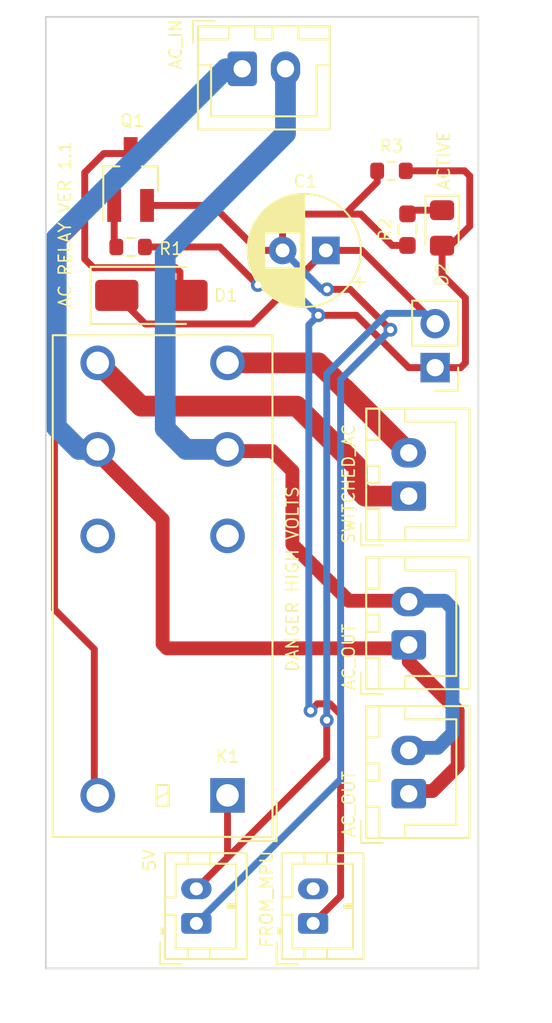
<source format=kicad_pcb>
(kicad_pcb (version 20221018) (generator pcbnew)
  (layers (0 "F.Cu" signal) (31 "B.Cu" signal) (34 "B.Paste" user) (35 "F.Paste" user) (36 "B.SilkS" user "B.Silkscreen") (37 "F.SilkS" user "F.Silkscreen") (38 "B.Mask" user) (39 "F.Mask" user) (44 "Edge.Cuts" user))
  (net 0 "")
  (net 1 "AC1")
  (net 2 "AC2")
  (net 3 "GND")
  (net 4 "5V")
  (net 5 "Net-(D1-A)")
  (net 6 "Net-(D2-K)")
  (net 7 "ACTIVATE")
  (net 8 "AC1OUT")
  (net 9 "AC2OUT")
  (net 11 "Net-(Q1-B)")
  (footprint "MountingHole:MountingHole_3.2mm_M3" (layer "F.Cu") (at 163.5 133.5)
    (fp_text reference "H1" hide)
    (fp_text value "MountingHole")
    (pad "" np_thru_hole circle (at 0 0) (size 3.2 3.2) (drill 3.2) (layers "*.Cu" "*.Mask"))
  )
  (footprint "Resistor_SMD:R_0603_1608Metric" (layer "F.Cu") (at 160.975 89.9)
    (fp_text reference "R3" (at 0 -1.43 unlocked) (layer "F.SilkS") (effects (font (size 0.7 0.7) (thickness 0.1))))
    (fp_text value "1K")
    (fp_line (start -0.237258 -0.5225) (end 0.237258 -0.5225) (stroke (width 0.12)) (layer "F.SilkS"))
    (fp_line (start -0.237258 0.5225) (end 0.237258 0.5225) (stroke (width 0.12)) (layer "F.SilkS"))
    (pad "1" smd roundrect (at -0.825 0) (size 0.8 0.95) (layers "F.Cu" "F.Paste" "F.Mask") (net 3 "GND"))
    (pad "2" smd roundrect (at 0.825 0) (size 0.8 0.95) (layers "F.Cu" "F.Paste" "F.Mask") (net 7 "ACTIVATE"))
  )
  (footprint "Connector_JST:JST_XH_B2B-XH-A_1x02_P2.50mm_Vertical" (layer "F.Cu") (at 152.35 84)
    (fp_text reference "J6" hide)
    (fp_text value "Screw_Terminal_01x02")
    (fp_line (start -2.85 -2.75) (end -2.85 -1.5) (stroke (width 0.12)) (layer "F.SilkS"))
    (fp_line (start -2.56 -2.46) (end -2.56 3.51) (stroke (width 0.12)) (layer "F.SilkS"))
    (fp_line (start -2.56 3.51) (end 5.06 3.51) (stroke (width 0.12)) (layer "F.SilkS"))
    (fp_line (start -2.55 -2.45) (end -2.55 -1.7) (stroke (width 0.12)) (layer "F.SilkS"))
    (fp_line (start -2.55 -1.7) (end -0.75 -1.7) (stroke (width 0.12)) (layer "F.SilkS"))
    (fp_line (start -2.55 -0.2) (end -1.8 -0.2) (stroke (width 0.12)) (layer "F.SilkS"))
    (fp_line (start -1.8 -0.2) (end -1.8 2.75) (stroke (width 0.12)) (layer "F.SilkS"))
    (fp_line (start -1.8 2.75) (end 1.25 2.75) (stroke (width 0.12)) (layer "F.SilkS"))
    (fp_line (start -1.6 -2.75) (end -2.85 -2.75) (stroke (width 0.12)) (layer "F.SilkS"))
    (fp_line (start -0.75 -2.45) (end -2.55 -2.45) (stroke (width 0.12)) (layer "F.SilkS"))
    (fp_line (start -0.75 -1.7) (end -0.75 -2.45) (stroke (width 0.12)) (layer "F.SilkS"))
    (fp_line (start 0.75 -2.45) (end 0.75 -1.7) (stroke (width 0.12)) (layer "F.SilkS"))
    (fp_line (start 0.75 -1.7) (end 1.75 -1.7) (stroke (width 0.12)) (layer "F.SilkS"))
    (fp_line (start 1.75 -2.45) (end 0.75 -2.45) (stroke (width 0.12)) (layer "F.SilkS"))
    (fp_line (start 1.75 -1.7) (end 1.75 -2.45) (stroke (width 0.12)) (layer "F.SilkS"))
    (fp_line (start 3.25 -2.45) (end 3.25 -1.7) (stroke (width 0.12)) (layer "F.SilkS"))
    (fp_line (start 3.25 -1.7) (end 5.05 -1.7) (stroke (width 0.12)) (layer "F.SilkS"))
    (fp_line (start 4.3 -0.2) (end 4.3 2.75) (stroke (width 0.12)) (layer "F.SilkS"))
    (fp_line (start 4.3 2.75) (end 1.25 2.75) (stroke (width 0.12)) (layer "F.SilkS"))
    (fp_line (start 5.05 -2.45) (end 3.25 -2.45) (stroke (width 0.12)) (layer "F.SilkS"))
    (fp_line (start 5.05 -1.7) (end 5.05 -2.45) (stroke (width 0.12)) (layer "F.SilkS"))
    (fp_line (start 5.05 -0.2) (end 4.3 -0.2) (stroke (width 0.12)) (layer "F.SilkS"))
    (fp_line (start 5.06 -2.46) (end -2.56 -2.46) (stroke (width 0.12)) (layer "F.SilkS"))
    (fp_line (start 5.06 3.51) (end 5.06 -2.46) (stroke (width 0.12)) (layer "F.SilkS"))
    (pad "1" thru_hole roundrect (at 0 0) (size 1.7 2) (drill 1) (layers "*.Cu" "*.Mask") (roundrect_rratio 0.1470588235) (net 1 "AC1"))
    (pad "2" thru_hole oval (at 2.5 0) (size 1.7 2) (drill 1) (layers "*.Cu" "*.Mask") (net 2 "AC2"))
  )
  (footprint "Diode_SMD:D_SMA" (layer "F.Cu") (at 147.1 97.1)
    (fp_text reference "D1" (at 4.3 0 unlocked) (layer "F.SilkS") (effects (font (size 0.7 0.7) (thickness 0.1))))
    (fp_text value "1N4001")
    (fp_line (start -3.51 -1.65) (end -3.51 1.65) (stroke (width 0.12)) (layer "F.SilkS"))
    (fp_line (start -3.51 -1.65) (end 2 -1.65) (stroke (width 0.12)) (layer "F.SilkS"))
    (fp_line (start -3.51 1.65) (end 2 1.65) (stroke (width 0.12)) (layer "F.SilkS"))
    (pad "1" smd roundrect (at -2 0) (size 2.5 1.8) (layers "F.Cu" "F.Paste" "F.Mask") (roundrect_rratio 0.1388888889) (net 4 "5V"))
    (pad "2" smd roundrect (at 2 0) (size 2.5 1.8) (layers "F.Cu" "F.Paste" "F.Mask") (roundrect_rratio 0.1388888889) (net 5 "Net-(D1-A)"))
  )
  (footprint "MountingHole:MountingHole_3.2mm_M3" (layer "F.Cu") (at 164 83.5)
    (fp_text reference "H2" hide)
    (fp_text value "MountingHole")
    (pad "" np_thru_hole circle (at 0 0) (size 3.2 3.2) (drill 3.2) (layers "*.Cu" "*.Mask"))
  )
  (footprint "Connector_JST:JST_XH_B2B-XH-A_1x02_P2.50mm_Vertical" (layer "F.Cu") (at 161.975 108.7 90)
    (fp_text reference "J3" hide)
    (fp_text value "Screw_Terminal_01x02")
    (fp_line (start -2.85 -2.75) (end -2.85 -1.5) (stroke (width 0.12)) (layer "F.SilkS"))
    (fp_line (start -2.56 -2.46) (end -2.56 3.51) (stroke (width 0.12)) (layer "F.SilkS"))
    (fp_line (start -2.56 3.51) (end 5.06 3.51) (stroke (width 0.12)) (layer "F.SilkS"))
    (fp_line (start -2.55 -2.45) (end -2.55 -1.7) (stroke (width 0.12)) (layer "F.SilkS"))
    (fp_line (start -2.55 -1.7) (end -0.75 -1.7) (stroke (width 0.12)) (layer "F.SilkS"))
    (fp_line (start -2.55 -0.2) (end -1.8 -0.2) (stroke (width 0.12)) (layer "F.SilkS"))
    (fp_line (start -1.8 -0.2) (end -1.8 2.75) (stroke (width 0.12)) (layer "F.SilkS"))
    (fp_line (start -1.8 2.75) (end 1.25 2.75) (stroke (width 0.12)) (layer "F.SilkS"))
    (fp_line (start -1.6 -2.75) (end -2.85 -2.75) (stroke (width 0.12)) (layer "F.SilkS"))
    (fp_line (start -0.75 -2.45) (end -2.55 -2.45) (stroke (width 0.12)) (layer "F.SilkS"))
    (fp_line (start -0.75 -1.7) (end -0.75 -2.45) (stroke (width 0.12)) (layer "F.SilkS"))
    (fp_line (start 0.75 -2.45) (end 0.75 -1.7) (stroke (width 0.12)) (layer "F.SilkS"))
    (fp_line (start 0.75 -1.7) (end 1.75 -1.7) (stroke (width 0.12)) (layer "F.SilkS"))
    (fp_line (start 1.75 -2.45) (end 0.75 -2.45) (stroke (width 0.12)) (layer "F.SilkS"))
    (fp_line (start 1.75 -1.7) (end 1.75 -2.45) (stroke (width 0.12)) (layer "F.SilkS"))
    (fp_line (start 3.25 -2.45) (end 3.25 -1.7) (stroke (width 0.12)) (layer "F.SilkS"))
    (fp_line (start 3.25 -1.7) (end 5.05 -1.7) (stroke (width 0.12)) (layer "F.SilkS"))
    (fp_line (start 4.3 -0.2) (end 4.3 2.75) (stroke (width 0.12)) (layer "F.SilkS"))
    (fp_line (start 4.3 2.75) (end 1.25 2.75) (stroke (width 0.12)) (layer "F.SilkS"))
    (fp_line (start 5.05 -2.45) (end 3.25 -2.45) (stroke (width 0.12)) (layer "F.SilkS"))
    (fp_line (start 5.05 -1.7) (end 5.05 -2.45) (stroke (width 0.12)) (layer "F.SilkS"))
    (fp_line (start 5.05 -0.2) (end 4.3 -0.2) (stroke (width 0.12)) (layer "F.SilkS"))
    (fp_line (start 5.06 -2.46) (end -2.56 -2.46) (stroke (width 0.12)) (layer "F.SilkS"))
    (fp_line (start 5.06 3.51) (end 5.06 -2.46) (stroke (width 0.12)) (layer "F.SilkS"))
    (pad "1" thru_hole roundrect (at 0 0 90) (size 1.7 2) (drill 1) (layers "*.Cu" "*.Mask") (roundrect_rratio 0.1470588235) (net 9 "AC2OUT"))
    (pad "2" thru_hole oval (at 2.5 0 90) (size 1.7 2) (drill 1) (layers "*.Cu" "*.Mask") (net 8 "AC1OUT"))
  )
  (footprint "MountingHole:MountingHole_3.2mm_M3" (layer "F.Cu") (at 143.5 83.5)
    (fp_text reference "H4" hide)
    (fp_text value "MountingHole")
    (pad "" np_thru_hole circle (at 0 0) (size 3.2 3.2) (drill 3.2) (layers "*.Cu" "*.Mask"))
  )
  (footprint "Connector_JST:JST_XH_B2B-XH-A_1x02_P2.50mm_Vertical" (layer "F.Cu") (at 161.975 125.9 90)
    (fp_text reference "J5" hide)
    (fp_text value "Screw_Terminal_01x02")
    (fp_line (start -2.85 -2.75) (end -2.85 -1.5) (stroke (width 0.12)) (layer "F.SilkS"))
    (fp_line (start -2.56 -2.46) (end -2.56 3.51) (stroke (width 0.12)) (layer "F.SilkS"))
    (fp_line (start -2.56 3.51) (end 5.06 3.51) (stroke (width 0.12)) (layer "F.SilkS"))
    (fp_line (start -2.55 -2.45) (end -2.55 -1.7) (stroke (width 0.12)) (layer "F.SilkS"))
    (fp_line (start -2.55 -1.7) (end -0.75 -1.7) (stroke (width 0.12)) (layer "F.SilkS"))
    (fp_line (start -2.55 -0.2) (end -1.8 -0.2) (stroke (width 0.12)) (layer "F.SilkS"))
    (fp_line (start -1.8 -0.2) (end -1.8 2.75) (stroke (width 0.12)) (layer "F.SilkS"))
    (fp_line (start -1.8 2.75) (end 1.25 2.75) (stroke (width 0.12)) (layer "F.SilkS"))
    (fp_line (start -1.6 -2.75) (end -2.85 -2.75) (stroke (width 0.12)) (layer "F.SilkS"))
    (fp_line (start -0.75 -2.45) (end -2.55 -2.45) (stroke (width 0.12)) (layer "F.SilkS"))
    (fp_line (start -0.75 -1.7) (end -0.75 -2.45) (stroke (width 0.12)) (layer "F.SilkS"))
    (fp_line (start 0.75 -2.45) (end 0.75 -1.7) (stroke (width 0.12)) (layer "F.SilkS"))
    (fp_line (start 0.75 -1.7) (end 1.75 -1.7) (stroke (width 0.12)) (layer "F.SilkS"))
    (fp_line (start 1.75 -2.45) (end 0.75 -2.45) (stroke (width 0.12)) (layer "F.SilkS"))
    (fp_line (start 1.75 -1.7) (end 1.75 -2.45) (stroke (width 0.12)) (layer "F.SilkS"))
    (fp_line (start 3.25 -2.45) (end 3.25 -1.7) (stroke (width 0.12)) (layer "F.SilkS"))
    (fp_line (start 3.25 -1.7) (end 5.05 -1.7) (stroke (width 0.12)) (layer "F.SilkS"))
    (fp_line (start 4.3 -0.2) (end 4.3 2.75) (stroke (width 0.12)) (layer "F.SilkS"))
    (fp_line (start 4.3 2.75) (end 1.25 2.75) (stroke (width 0.12)) (layer "F.SilkS"))
    (fp_line (start 5.05 -2.45) (end 3.25 -2.45) (stroke (width 0.12)) (layer "F.SilkS"))
    (fp_line (start 5.05 -1.7) (end 5.05 -2.45) (stroke (width 0.12)) (layer "F.SilkS"))
    (fp_line (start 5.05 -0.2) (end 4.3 -0.2) (stroke (width 0.12)) (layer "F.SilkS"))
    (fp_line (start 5.06 -2.46) (end -2.56 -2.46) (stroke (width 0.12)) (layer "F.SilkS"))
    (fp_line (start 5.06 3.51) (end 5.06 -2.46) (stroke (width 0.12)) (layer "F.SilkS"))
    (pad "1" thru_hole roundrect (at 0 0 90) (size 1.7 2) (drill 1) (layers "*.Cu" "*.Mask") (roundrect_rratio 0.1470588235) (net 1 "AC1"))
    (pad "2" thru_hole oval (at 2.5 0 90) (size 1.7 2) (drill 1) (layers "*.Cu" "*.Mask") (net 2 "AC2"))
  )
  (footprint "Connector_PinHeader_2.54mm:PinHeader_1x02_P2.54mm_Vertical" (layer "F.Cu") (at 163.5 101.275 180)
    (fp_text reference "J2" hide)
    (fp_text value "Conn_01x02_Male")
    (fp_line (start -1.33 -1.33) (end 0 -1.33) (stroke (width 0.12)) (layer "F.SilkS"))
    (fp_line (start -1.33 0) (end -1.33 -1.33) (stroke (width 0.12)) (layer "F.SilkS"))
    (fp_line (start -1.33 1.27) (end -1.33 3.87) (stroke (width 0.12)) (layer "F.SilkS"))
    (fp_line (start -1.33 1.27) (end 1.33 1.27) (stroke (width 0.12)) (layer "F.SilkS"))
    (fp_line (start -1.33 3.87) (end 1.33 3.87) (stroke (width 0.12)) (layer "F.SilkS"))
    (fp_line (start 1.33 1.27) (end 1.33 3.87) (stroke (width 0.12)) (layer "F.SilkS"))
    (pad "1" thru_hole rect (at 0 0 180) (size 1.7 1.7) (drill 1) (layers "*.Cu" "*.Mask") (net 7 "ACTIVATE"))
    (pad "2" thru_hole oval (at 0 2.54 180) (size 1.7 1.7) (drill 1) (layers "*.Cu" "*.Mask") (net 4 "5V"))
  )
  (footprint "Package_TO_SOT_SMD:SOT-23_Handsoldering" (layer "F.Cu") (at 145.9 90.4 90)
    (fp_text reference "Q1" (at 3.4 0.1 unlocked) (layer "F.SilkS") (effects (font (size 0.7 0.7) (thickness 0.1))))
    (fp_text value "2SC1945")
    (fp_line (start 0.76 -1.58) (end -2.4 -1.58) (stroke (width 0.12)) (layer "F.SilkS"))
    (fp_line (start 0.76 -1.58) (end 0.76 -0.65) (stroke (width 0.12)) (layer "F.SilkS"))
    (fp_line (start 0.76 1.58) (end -0.7 1.58) (stroke (width 0.12)) (layer "F.SilkS"))
    (fp_line (start 0.76 1.58) (end 0.76 0.65) (stroke (width 0.12)) (layer "F.SilkS"))
    (pad "1" smd rect (at -1.5 -0.95 90) (size 1.9 0.8) (layers "F.Cu" "F.Paste" "F.Mask") (net 11 "Net-(Q1-B)"))
    (pad "2" smd rect (at -1.5 0.95 90) (size 1.9 0.8) (layers "F.Cu" "F.Paste" "F.Mask") (net 3 "GND"))
    (pad "3" smd rect (at 1.5 0 90) (size 1.9 0.8) (layers "F.Cu" "F.Paste" "F.Mask") (net 5 "Net-(D1-A)"))
  )
  (footprint "Diode_SMD:D_0805_2012Metric_Pad1.15x1.40mm_HandSolder" (layer "F.Cu") (at 163.9 93.2 -90)
    (fp_text reference "D2" (at 2.7 0 -270 unlocked) (layer "F.SilkS") (effects (font (size 0.7 0.7) (thickness 0.1))))
    (fp_text value "YELLOW")
    (fp_line (start -1.86 -0.96) (end -1.86 0.96) (stroke (width 0.12)) (layer "F.SilkS"))
    (fp_line (start -1.86 0.96) (end 1 0.96) (stroke (width 0.12)) (layer "F.SilkS"))
    (fp_line (start 1 -0.96) (end -1.86 -0.96) (stroke (width 0.12)) (layer "F.SilkS"))
    (pad "1" smd roundrect (at -1.025 0 270) (size 1.15 1.4) (layers "F.Cu" "F.Paste" "F.Mask") (roundrect_rratio 0.2173913043) (net 6 "Net-(D2-K)"))
    (pad "2" smd roundrect (at 1.025 0 270) (size 1.15 1.4) (layers "F.Cu" "F.Paste" "F.Mask") (roundrect_rratio 0.2173913043) (net 7 "ACTIVATE"))
  )
  (footprint "Resistor_SMD:R_0603_1608Metric_Pad0.98x0.95mm_HandSolder" (layer "F.Cu") (at 161.9 93.3 -90)
    (fp_text reference "R2" (at 0 1.3 90 unlocked) (layer "F.SilkS") (effects (font (size 0.7 0.7) (thickness 0.1))))
    (fp_text value "430R")
    (fp_line (start -0.254724 -0.5225) (end 0.254724 -0.5225) (stroke (width 0.12)) (layer "F.SilkS"))
    (fp_line (start -0.254724 0.5225) (end 0.254724 0.5225) (stroke (width 0.12)) (layer "F.SilkS"))
    (pad "1" smd roundrect (at -0.9125 0 270) (size 0.975 0.95) (layers "F.Cu" "F.Paste" "F.Mask") (net 6 "Net-(D2-K)"))
    (pad "2" smd roundrect (at 0.9125 0 270) (size 0.975 0.95) (layers "F.Cu" "F.Paste" "F.Mask") (net 3 "GND"))
  )
  (footprint "Connector_JST:JST_XH_B2B-XH-A_1x02_P2.50mm_Vertical" (layer "F.Cu") (at 161.975 117.3 90)
    (fp_text reference "J7" hide)
    (fp_text value "Screw_Terminal_01x02")
    (fp_line (start -2.85 -2.75) (end -2.85 -1.5) (stroke (width 0.12)) (layer "F.SilkS"))
    (fp_line (start -2.56 -2.46) (end -2.56 3.51) (stroke (width 0.12)) (layer "F.SilkS"))
    (fp_line (start -2.56 3.51) (end 5.06 3.51) (stroke (width 0.12)) (layer "F.SilkS"))
    (fp_line (start -2.55 -2.45) (end -2.55 -1.7) (stroke (width 0.12)) (layer "F.SilkS"))
    (fp_line (start -2.55 -1.7) (end -0.75 -1.7) (stroke (width 0.12)) (layer "F.SilkS"))
    (fp_line (start -2.55 -0.2) (end -1.8 -0.2) (stroke (width 0.12)) (layer "F.SilkS"))
    (fp_line (start -1.8 -0.2) (end -1.8 2.75) (stroke (width 0.12)) (layer "F.SilkS"))
    (fp_line (start -1.8 2.75) (end 1.25 2.75) (stroke (width 0.12)) (layer "F.SilkS"))
    (fp_line (start -1.6 -2.75) (end -2.85 -2.75) (stroke (width 0.12)) (layer "F.SilkS"))
    (fp_line (start -0.75 -2.45) (end -2.55 -2.45) (stroke (width 0.12)) (layer "F.SilkS"))
    (fp_line (start -0.75 -1.7) (end -0.75 -2.45) (stroke (width 0.12)) (layer "F.SilkS"))
    (fp_line (start 0.75 -2.45) (end 0.75 -1.7) (stroke (width 0.12)) (layer "F.SilkS"))
    (fp_line (start 0.75 -1.7) (end 1.75 -1.7) (stroke (width 0.12)) (layer "F.SilkS"))
    (fp_line (start 1.75 -2.45) (end 0.75 -2.45) (stroke (width 0.12)) (layer "F.SilkS"))
    (fp_line (start 1.75 -1.7) (end 1.75 -2.45) (stroke (width 0.12)) (layer "F.SilkS"))
    (fp_line (start 3.25 -2.45) (end 3.25 -1.7) (stroke (width 0.12)) (layer "F.SilkS"))
    (fp_line (start 3.25 -1.7) (end 5.05 -1.7) (stroke (width 0.12)) (layer "F.SilkS"))
    (fp_line (start 4.3 -0.2) (end 4.3 2.75) (stroke (width 0.12)) (layer "F.SilkS"))
    (fp_line (start 4.3 2.75) (end 1.25 2.75) (stroke (width 0.12)) (layer "F.SilkS"))
    (fp_line (start 5.05 -2.45) (end 3.25 -2.45) (stroke (width 0.12)) (layer "F.SilkS"))
    (fp_line (start 5.05 -1.7) (end 5.05 -2.45) (stroke (width 0.12)) (layer "F.SilkS"))
    (fp_line (start 5.05 -0.2) (end 4.3 -0.2) (stroke (width 0.12)) (layer "F.SilkS"))
    (fp_line (start 5.06 -2.46) (end -2.56 -2.46) (stroke (width 0.12)) (layer "F.SilkS"))
    (fp_line (start 5.06 3.51) (end 5.06 -2.46) (stroke (width 0.12)) (layer "F.SilkS"))
    (pad "1" thru_hole roundrect (at 0 0 90) (size 1.7 2) (drill 1) (layers "*.Cu" "*.Mask") (roundrect_rratio 0.1470588235) (net 1 "AC1"))
    (pad "2" thru_hole oval (at 2.5 0 90) (size 1.7 2) (drill 1) (layers "*.Cu" "*.Mask") (net 2 "AC2"))
  )
  (footprint "Connector_JST:JST_PH_B2B-PH-K_1x02_P2.00mm_Vertical" (layer "F.Cu") (at 156.45 133.4 90)
    (fp_text reference "J1" hide)
    (fp_text value "Conn_01x02_Male")
    (fp_line (start -2.36 -2.11) (end -2.36 -0.86) (stroke (width 0.12)) (layer "F.SilkS"))
    (fp_line (start -2.06 -1.81) (end -2.06 2.91) (stroke (width 0.12)) (layer "F.SilkS"))
    (fp_line (start -2.06 -0.5) (end -1.45 -0.5) (stroke (width 0.12)) (layer "F.SilkS"))
    (fp_line (start -2.06 0.8) (end -1.45 0.8) (stroke (width 0.12)) (layer "F.SilkS"))
    (fp_line (start -2.06 2.91) (end 4.06 2.91) (stroke (width 0.12)) (layer "F.SilkS"))
    (fp_line (start -1.45 -1.2) (end -1.45 2.3) (stroke (width 0.12)) (layer "F.SilkS"))
    (fp_line (start -1.45 2.3) (end 3.45 2.3) (stroke (width 0.12)) (layer "F.SilkS"))
    (fp_line (start -1.11 -2.11) (end -2.36 -2.11) (stroke (width 0.12)) (layer "F.SilkS"))
    (fp_line (start -0.6 -2.01) (end -0.6 -1.81) (stroke (width 0.12)) (layer "F.SilkS"))
    (fp_line (start -0.3 -2.01) (end -0.6 -2.01) (stroke (width 0.12)) (layer "F.SilkS"))
    (fp_line (start -0.3 -1.91) (end -0.6 -1.91) (stroke (width 0.12)) (layer "F.SilkS"))
    (fp_line (start -0.3 -1.81) (end -0.3 -2.01) (stroke (width 0.12)) (layer "F.SilkS"))
    (fp_line (start 0.5 -1.81) (end 0.5 -1.2) (stroke (width 0.12)) (layer "F.SilkS"))
    (fp_line (start 0.5 -1.2) (end -1.45 -1.2) (stroke (width 0.12)) (layer "F.SilkS"))
    (fp_line (start 0.9 1.8) (end 1.1 1.8) (stroke (width 0.12)) (layer "F.SilkS"))
    (fp_line (start 0.9 2.3) (end 0.9 1.8) (stroke (width 0.12)) (layer "F.SilkS"))
    (fp_line (start 1 2.3) (end 1 1.8) (stroke (width 0.12)) (layer "F.SilkS"))
    (fp_line (start 1.1 1.8) (end 1.1 2.3) (stroke (width 0.12)) (layer "F.SilkS"))
    (fp_line (start 1.5 -1.2) (end 1.5 -1.81) (stroke (width 0.12)) (layer "F.SilkS"))
    (fp_line (start 3.45 -1.2) (end 1.5 -1.2) (stroke (width 0.12)) (layer "F.SilkS"))
    (fp_line (start 3.45 2.3) (end 3.45 -1.2) (stroke (width 0.12)) (layer "F.SilkS"))
    (fp_line (start 4.06 -1.81) (end -2.06 -1.81) (stroke (width 0.12)) (layer "F.SilkS"))
    (fp_line (start 4.06 -0.5) (end 3.45 -0.5) (stroke (width 0.12)) (layer "F.SilkS"))
    (fp_line (start 4.06 0.8) (end 3.45 0.8) (stroke (width 0.12)) (layer "F.SilkS"))
    (fp_line (start 4.06 2.91) (end 4.06 -1.81) (stroke (width 0.12)) (layer "F.SilkS"))
    (pad "1" thru_hole roundrect (at 0 0 90) (size 1.2 1.75) (drill 0.75) (layers "*.Cu" "*.Mask") (roundrect_rratio 0.2083333333) (net 7 "ACTIVATE"))
    (pad "2" thru_hole oval (at 2 0 90) (size 1.2 1.75) (drill 0.75) (layers "*.Cu" "*.Mask"))
  )
  (footprint "Relay_THT:Relay_DPDT_Omron_G2RL-2" (layer "F.Cu") (at 151.5 126 180)
    (fp_text reference "K1" (at 0 2.25 unlocked) (layer "F.SilkS") (effects (font (size 0.7 0.7) (thickness 0.1))))
    (fp_text value "Relay_DPDT")
    (fp_line (start -2.84 -2.64) (end -0.65 -2.64) (stroke (width 0.12)) (layer "F.SilkS"))
    (fp_line (start -2.84 -0.3) (end -2.84 -2.64) (stroke (width 0.12)) (layer "F.SilkS"))
    (fp_line (start -2.6 -2.4) (end -2.6 26.6) (stroke (width 0.12)) (layer "F.SilkS"))
    (fp_line (start -2.6 26.6) (end 10.1 26.6) (stroke (width 0.12)) (layer "F.SilkS"))
    (fp_line (start 3.4 -0.6) (end 3.4 0.6) (stroke (width 0.12)) (layer "F.SilkS"))
    (fp_line (start 3.4 0.2) (end 4.1 -0.2) (stroke (width 0.12)) (layer "F.SilkS"))
    (fp_line (start 3.4 0.6) (end 4.1 0.6) (stroke (width 0.12)) (layer "F.SilkS"))
    (fp_line (start 4.1 -0.6) (end 3.4 -0.6) (stroke (width 0.12)) (layer "F.SilkS"))
    (fp_line (start 4.1 0.6) (end 4.1 -0.6) (stroke (width 0.12)) (layer "F.SilkS"))
    (fp_line (start 10.1 -2.4) (end -2.6 -2.4) (stroke (width 0.12)) (layer "F.SilkS"))
    (fp_line (start 10.1 26.6) (end 10.1 -2.4) (stroke (width 0.12)) (layer "F.SilkS"))
    (pad "11" thru_hole circle (at 0 20 180) (size 2 2) (drill 1.3) (layers "*.Cu" "*.Mask") (net 2 "AC2"))
    (pad "12" thru_hole circle (at 0 15 180) (size 2 2) (drill 1.3) (layers "*.Cu" "*.Mask"))
    (pad "14" thru_hole circle (at 0 25 180) (size 2 2) (drill 1.3) (layers "*.Cu" "*.Mask") (net 8 "AC1OUT"))
    (pad "21" thru_hole circle (at 7.5 20 180) (size 2 2) (drill 1.3) (layers "*.Cu" "*.Mask") (net 1 "AC1"))
    (pad "22" thru_hole circle (at 7.5 15 180) (size 2 2) (drill 1.3) (layers "*.Cu" "*.Mask"))
    (pad "24" thru_hole circle (at 7.5 25 180) (size 2 2) (drill 1.3) (layers "*.Cu" "*.Mask") (net 9 "AC2OUT"))
    (pad "A1" thru_hole rect (at 0 0 180) (size 2 2) (drill 1.3) (layers "*.Cu" "*.Mask") (net 4 "5V"))
    (pad "A2" thru_hole circle (at 7.5 0 180) (size 2 2) (drill 1.3) (layers "*.Cu" "*.Mask") (net 5 "Net-(D1-A)"))
  )
  (footprint "MountingHole:MountingHole_3.2mm_M3" (layer "F.Cu") (at 143.5 133.5)
    (fp_text reference "H3" hide)
    (fp_text value "MountingHole")
    (pad "" np_thru_hole circle (at 0 0) (size 3.2 3.2) (drill 3.2) (layers "*.Cu" "*.Mask"))
  )
  (footprint "Resistor_SMD:R_0603_1608Metric" (layer "F.Cu") (at 145.9 94.3 180)
    (fp_text reference "R1" (at -2.33 -0.1 unlocked) (layer "F.SilkS") (effects (font (size 0.7 0.7) (thickness 0.1))))
    (fp_text value "1K")
    (fp_line (start -0.237258 -0.5225) (end 0.237258 -0.5225) (stroke (width 0.12)) (layer "F.SilkS"))
    (fp_line (start -0.237258 0.5225) (end 0.237258 0.5225) (stroke (width 0.12)) (layer "F.SilkS"))
    (pad "1" smd roundrect (at -0.825 0 180) (size 0.8 0.95) (layers "F.Cu" "F.Paste" "F.Mask") (net 7 "ACTIVATE"))
    (pad "2" smd roundrect (at 0.825 0 180) (size 0.8 0.95) (layers "F.Cu" "F.Paste" "F.Mask") (net 11 "Net-(Q1-B)"))
  )
  (footprint "Connector_JST:JST_PH_B2B-PH-K_1x02_P2.00mm_Vertical" (layer "F.Cu") (at 149.7 133.4 90)
    (fp_text reference "J4" hide)
    (fp_text value "Conn_01x02_Male")
    (fp_line (start -2.36 -2.11) (end -2.36 -0.86) (stroke (width 0.12)) (layer "F.SilkS"))
    (fp_line (start -2.06 -1.81) (end -2.06 2.91) (stroke (width 0.12)) (layer "F.SilkS"))
    (fp_line (start -2.06 -0.5) (end -1.45 -0.5) (stroke (width 0.12)) (layer "F.SilkS"))
    (fp_line (start -2.06 0.8) (end -1.45 0.8) (stroke (width 0.12)) (layer "F.SilkS"))
    (fp_line (start -2.06 2.91) (end 4.06 2.91) (stroke (width 0.12)) (layer "F.SilkS"))
    (fp_line (start -1.45 -1.2) (end -1.45 2.3) (stroke (width 0.12)) (layer "F.SilkS"))
    (fp_line (start -1.45 2.3) (end 3.45 2.3) (stroke (width 0.12)) (layer "F.SilkS"))
    (fp_line (start -1.11 -2.11) (end -2.36 -2.11) (stroke (width 0.12)) (layer "F.SilkS"))
    (fp_line (start -0.6 -2.01) (end -0.6 -1.81) (stroke (width 0.12)) (layer "F.SilkS"))
    (fp_line (start -0.3 -2.01) (end -0.6 -2.01) (stroke (width 0.12)) (layer "F.SilkS"))
    (fp_line (start -0.3 -1.91) (end -0.6 -1.91) (stroke (width 0.12)) (layer "F.SilkS"))
    (fp_line (start -0.3 -1.81) (end -0.3 -2.01) (stroke (width 0.12)) (layer "F.SilkS"))
    (fp_line (start 0.5 -1.81) (end 0.5 -1.2) (stroke (width 0.12)) (layer "F.SilkS"))
    (fp_line (start 0.5 -1.2) (end -1.45 -1.2) (stroke (width 0.12)) (layer "F.SilkS"))
    (fp_line (start 0.9 1.8) (end 1.1 1.8) (stroke (width 0.12)) (layer "F.SilkS"))
    (fp_line (start 0.9 2.3) (end 0.9 1.8) (stroke (width 0.12)) (layer "F.SilkS"))
    (fp_line (start 1 2.3) (end 1 1.8) (stroke (width 0.12)) (layer "F.SilkS"))
    (fp_line (start 1.1 1.8) (end 1.1 2.3) (stroke (width 0.12)) (layer "F.SilkS"))
    (fp_line (start 1.5 -1.2) (end 1.5 -1.81) (stroke (width 0.12)) (layer "F.SilkS"))
    (fp_line (start 3.45 -1.2) (end 1.5 -1.2) (stroke (width 0.12)) (layer "F.SilkS"))
    (fp_line (start 3.45 2.3) (end 3.45 -1.2) (stroke (width 0.12)) (layer "F.SilkS"))
    (fp_line (start 4.06 -1.81) (end -2.06 -1.81) (stroke (width 0.12)) (layer "F.SilkS"))
    (fp_line (start 4.06 -0.5) (end 3.45 -0.5) (stroke (width 0.12)) (layer "F.SilkS"))
    (fp_line (start 4.06 0.8) (end 3.45 0.8) (stroke (width 0.12)) (layer "F.SilkS"))
    (fp_line (start 4.06 2.91) (end 4.06 -1.81) (stroke (width 0.12)) (layer "F.SilkS"))
    (pad "1" thru_hole roundrect (at 0 0 90) (size 1.2 1.75) (drill 0.75) (layers "*.Cu" "*.Mask") (roundrect_rratio 0.2083333333) (net 3 "GND"))
    (pad "2" thru_hole oval (at 2 0 90) (size 1.2 1.75) (drill 0.75) (layers "*.Cu" "*.Mask") (net 4 "5V"))
  )
  (footprint "Capacitor_THT:CP_Radial_D6.3mm_P2.50mm" (layer "F.Cu") (at 157.18238 94.5 180)
    (fp_text reference "C1" (at 1.18238 4 unlocked) (layer "F.SilkS") (effects (font (size 0.7 0.7) (thickness 0.1))))
    (fp_text value "C_Polarized")
    (fp_line (start -2.250241 -1.839) (end -1.620241 -1.839) (stroke (width 0.12)) (layer "F.SilkS"))
    (fp_line (start -1.935241 -2.154) (end -1.935241 -1.524) (stroke (width 0.12)) (layer "F.SilkS"))
    (fp_line (start 1.25 -3.23) (end 1.25 3.23) (stroke (width 0.12)) (layer "F.SilkS"))
    (fp_line (start 1.29 -3.23) (end 1.29 3.23) (stroke (width 0.12)) (layer "F.SilkS"))
    (fp_line (start 1.33 -3.23) (end 1.33 3.23) (stroke (width 0.12)) (layer "F.SilkS"))
    (fp_line (start 1.37 -3.228) (end 1.37 3.228) (stroke (width 0.12)) (layer "F.SilkS"))
    (fp_line (start 1.41 -3.227) (end 1.41 3.227) (stroke (width 0.12)) (layer "F.SilkS"))
    (fp_line (start 1.45 -3.224) (end 1.45 3.224) (stroke (width 0.12)) (layer "F.SilkS"))
    (fp_line (start 1.49 -3.222) (end 1.49 -1.04) (stroke (width 0.12)) (layer "F.SilkS"))
    (fp_line (start 1.49 1.04) (end 1.49 3.222) (stroke (width 0.12)) (layer "F.SilkS"))
    (fp_line (start 1.53 -3.218) (end 1.53 -1.04) (stroke (width 0.12)) (layer "F.SilkS"))
    (fp_line (start 1.53 1.04) (end 1.53 3.218) (stroke (width 0.12)) (layer "F.SilkS"))
    (fp_line (start 1.57 -3.215) (end 1.57 -1.04) (stroke (width 0.12)) (layer "F.SilkS"))
    (fp_line (start 1.57 1.04) (end 1.57 3.215) (stroke (width 0.12)) (layer "F.SilkS"))
    (fp_line (start 1.61 -3.211) (end 1.61 -1.04) (stroke (width 0.12)) (layer "F.SilkS"))
    (fp_line (start 1.61 1.04) (end 1.61 3.211) (stroke (width 0.12)) (layer "F.SilkS"))
    (fp_line (start 1.65 -3.206) (end 1.65 -1.04) (stroke (width 0.12)) (layer "F.SilkS"))
    (fp_line (start 1.65 1.04) (end 1.65 3.206) (stroke (width 0.12)) (layer "F.SilkS"))
    (fp_line (start 1.69 -3.201) (end 1.69 -1.04) (stroke (width 0.12)) (layer "F.SilkS"))
    (fp_line (start 1.69 1.04) (end 1.69 3.201) (stroke (width 0.12)) (layer "F.SilkS"))
    (fp_line (start 1.73 -3.195) (end 1.73 -1.04) (stroke (width 0.12)) (layer "F.SilkS"))
    (fp_line (start 1.73 1.04) (end 1.73 3.195) (stroke (width 0.12)) (layer "F.SilkS"))
    (fp_line (start 1.77 -3.189) (end 1.77 -1.04) (stroke (width 0.12)) (layer "F.SilkS"))
    (fp_line (start 1.77 1.04) (end 1.77 3.189) (stroke (width 0.12)) (layer "F.SilkS"))
    (fp_line (start 1.81 -3.182) (end 1.81 -1.04) (stroke (width 0.12)) (layer "F.SilkS"))
    (fp_line (start 1.81 1.04) (end 1.81 3.182) (stroke (width 0.12)) (layer "F.SilkS"))
    (fp_line (start 1.85 -3.175) (end 1.85 -1.04) (stroke (width 0.12)) (layer "F.SilkS"))
    (fp_line (start 1.85 1.04) (end 1.85 3.175) (stroke (width 0.12)) (layer "F.SilkS"))
    (fp_line (start 1.89 -3.167) (end 1.89 -1.04) (stroke (width 0.12)) (layer "F.SilkS"))
    (fp_line (start 1.89 1.04) (end 1.89 3.167) (stroke (width 0.12)) (layer "F.SilkS"))
    (fp_line (start 1.93 -3.159) (end 1.93 -1.04) (stroke (width 0.12)) (layer "F.SilkS"))
    (fp_line (start 1.93 1.04) (end 1.93 3.159) (stroke (width 0.12)) (layer "F.SilkS"))
    (fp_line (start 1.971 -3.15) (end 1.971 -1.04) (stroke (width 0.12)) (layer "F.SilkS"))
    (fp_line (start 1.971 1.04) (end 1.971 3.15) (stroke (width 0.12)) (layer "F.SilkS"))
    (fp_line (start 2.011 -3.141) (end 2.011 -1.04) (stroke (width 0.12)) (layer "F.SilkS"))
    (fp_line (start 2.011 1.04) (end 2.011 3.141) (stroke (width 0.12)) (layer "F.SilkS"))
    (fp_line (start 2.051 -3.131) (end 2.051 -1.04) (stroke (width 0.12)) (layer "F.SilkS"))
    (fp_line (start 2.051 1.04) (end 2.051 3.131) (stroke (width 0.12)) (layer "F.SilkS"))
    (fp_line (start 2.091 -3.121) (end 2.091 -1.04) (stroke (width 0.12)) (layer "F.SilkS"))
    (fp_line (start 2.091 1.04) (end 2.091 3.121) (stroke (width 0.12)) (layer "F.SilkS"))
    (fp_line (start 2.131 -3.11) (end 2.131 -1.04) (stroke (width 0.12)) (layer "F.SilkS"))
    (fp_line (start 2.131 1.04) (end 2.131 3.11) (stroke (width 0.12)) (layer "F.SilkS"))
    (fp_line (start 2.171 -3.098) (end 2.171 -1.04) (stroke (width 0.12)) (layer "F.SilkS"))
    (fp_line (start 2.171 1.04) (end 2.171 3.098) (stroke (width 0.12)) (layer "F.SilkS"))
    (fp_line (start 2.211 -3.086) (end 2.211 -1.04) (stroke (width 0.12)) (layer "F.SilkS"))
    (fp_line (start 2.211 1.04) (end 2.211 3.086) (stroke (width 0.12)) (layer "F.SilkS"))
    (fp_line (start 2.251 -3.074) (end 2.251 -1.04) (stroke (width 0.12)) (layer "F.SilkS"))
    (fp_line (start 2.251 1.04) (end 2.251 3.074) (stroke (width 0.12)) (layer "F.SilkS"))
    (fp_line (start 2.291 -3.061) (end 2.291 -1.04) (stroke (width 0.12)) (layer "F.SilkS"))
    (fp_line (start 2.291 1.04) (end 2.291 3.061) (stroke (width 0.12)) (layer "F.SilkS"))
    (fp_line (start 2.331 -3.047) (end 2.331 -1.04) (stroke (width 0.12)) (layer "F.SilkS"))
    (fp_line (start 2.331 1.04) (end 2.331 3.047) (stroke (width 0.12)) (layer "F.SilkS"))
    (fp_line (start 2.371 -3.033) (end 2.371 -1.04) (stroke (width 0.12)) (layer "F.SilkS"))
    (fp_line (start 2.371 1.04) (end 2.371 3.033) (stroke (width 0.12)) (layer "F.SilkS"))
    (fp_line (start 2.411 -3.018) (end 2.411 -1.04) (stroke (width 0.12)) (layer "F.SilkS"))
    (fp_line (start 2.411 1.04) (end 2.411 3.018) (stroke (width 0.12)) (layer "F.SilkS"))
    (fp_line (start 2.451 -3.002) (end 2.451 -1.04) (stroke (width 0.12)) (layer "F.SilkS"))
    (fp_line (start 2.451 1.04) (end 2.451 3.002) (stroke (width 0.12)) (layer "F.SilkS"))
    (fp_line (start 2.491 -2.986) (end 2.491 -1.04) (stroke (width 0.12)) (layer "F.SilkS"))
    (fp_line (start 2.491 1.04) (end 2.491 2.986) (stroke (width 0.12)) (layer "F.SilkS"))
    (fp_line (start 2.531 -2.97) (end 2.531 -1.04) (stroke (width 0.12)) (layer "F.SilkS"))
    (fp_line (start 2.531 1.04) (end 2.531 2.97) (stroke (width 0.12)) (layer "F.SilkS"))
    (fp_line (start 2.571 -2.952) (end 2.571 -1.04) (stroke (width 0.12)) (layer "F.SilkS"))
    (fp_line (start 2.571 1.04) (end 2.571 2.952) (stroke (width 0.12)) (layer "F.SilkS"))
    (fp_line (start 2.611 -2.934) (end 2.611 -1.04) (stroke (width 0.12)) (layer "F.SilkS"))
    (fp_line (start 2.611 1.04) (end 2.611 2.934) (stroke (width 0.12)) (layer "F.SilkS"))
    (fp_line (start 2.651 -2.916) (end 2.651 -1.04) (stroke (width 0.12)) (layer "F.SilkS"))
    (fp_line (start 2.651 1.04) (end 2.651 2.916) (stroke (width 0.12)) (layer "F.SilkS"))
    (fp_line (start 2.691 -2.896) (end 2.691 -1.04) (stroke (width 0.12)) (layer "F.SilkS"))
    (fp_line (start 2.691 1.04) (end 2.691 2.896) (stroke (width 0.12)) (layer "F.SilkS"))
    (fp_line (start 2.731 -2.876) (end 2.731 -1.04) (stroke (width 0.12)) (layer "F.SilkS"))
    (fp_line (start 2.731 1.04) (end 2.731 2.876) (stroke (width 0.12)) (layer "F.SilkS"))
    (fp_line (start 2.771 -2.856) (end 2.771 -1.04) (stroke (width 0.12)) (layer "F.SilkS"))
    (fp_line (start 2.771 1.04) (end 2.771 2.856) (stroke (width 0.12)) (layer "F.SilkS"))
    (fp_line (start 2.811 -2.834) (end 2.811 -1.04) (stroke (width 0.12)) (layer "F.SilkS"))
    (fp_line (start 2.811 1.04) (end 2.811 2.834) (stroke (width 0.12)) (layer "F.SilkS"))
    (fp_line (start 2.851 -2.812) (end 2.851 -1.04) (stroke (width 0.12)) (layer "F.SilkS"))
    (fp_line (start 2.851 1.04) (end 2.851 2.812) (stroke (width 0.12)) (layer "F.SilkS"))
    (fp_line (start 2.891 -2.79) (end 2.891 -1.04) (stroke (width 0.12)) (layer "F.SilkS"))
    (fp_line (start 2.891 1.04) (end 2.891 2.79) (stroke (width 0.12)) (layer "F.SilkS"))
    (fp_line (start 2.931 -2.766) (end 2.931 -1.04) (stroke (width 0.12)) (layer "F.SilkS"))
    (fp_line (start 2.931 1.04) (end 2.931 2.766) (stroke (width 0.12)) (layer "F.SilkS"))
    (fp_line (start 2.971 -2.742) (end 2.971 -1.04) (stroke (width 0.12)) (layer "F.SilkS"))
    (fp_line (start 2.971 1.04) (end 2.971 2.742) (stroke (width 0.12)) (layer "F.SilkS"))
    (fp_line (start 3.011 -2.716) (end 3.011 -1.04) (stroke (width 0.12)) (layer "F.SilkS"))
    (fp_line (start 3.011 1.04) (end 3.011 2.716) (stroke (width 0.12)) (layer "F.SilkS"))
    (fp_line (start 3.051 -2.69) (end 3.051 -1.04) (stroke (width 0.12)) (layer "F.SilkS"))
    (fp_line (start 3.051 1.04) (end 3.051 2.69) (stroke (width 0.12)) (layer "F.SilkS"))
    (fp_line (start 3.091 -2.664) (end 3.091 -1.04) (stroke (width 0.12)) (layer "F.SilkS"))
    (fp_line (start 3.091 1.04) (end 3.091 2.664) (stroke (width 0.12)) (layer "F.SilkS"))
    (fp_line (start 3.131 -2.636) (end 3.131 -1.04) (stroke (width 0.12)) (layer "F.SilkS"))
    (fp_line (start 3.131 1.04) (end 3.131 2.636) (stroke (width 0.12)) (layer "F.SilkS"))
    (fp_line (start 3.171 -2.607) (end 3.171 -1.04) (stroke (width 0.12)) (layer "F.SilkS"))
    (fp_line (start 3.171 1.04) (end 3.171 2.607) (stroke (width 0.12)) (layer "F.SilkS"))
    (fp_line (start 3.211 -2.578) (end 3.211 -1.04) (stroke (width 0.12)) (layer "F.SilkS"))
    (fp_line (start 3.211 1.04) (end 3.211 2.578) (stroke (width 0.12)) (layer "F.SilkS"))
    (fp_line (start 3.251 -2.548) (end 3.251 -1.04) (stroke (width 0.12)) (layer "F.SilkS"))
    (fp_line (start 3.251 1.04) (end 3.251 2.548) (stroke (width 0.12)) (layer "F.SilkS"))
    (fp_line (start 3.291 -2.516) (end 3.291 -1.04) (stroke (width 0.12)) (layer "F.SilkS"))
    (fp_line (start 3.291 1.04) (end 3.291 2.516) (stroke (width 0.12)) (layer "F.SilkS"))
    (fp_line (start 3.331 -2.484) (end 3.331 -1.04) (stroke (width 0.12)) (layer "F.SilkS"))
    (fp_line (start 3.331 1.04) (end 3.331 2.484) (stroke (width 0.12)) (layer "F.SilkS"))
    (fp_line (start 3.371 -2.45) (end 3.371 -1.04) (stroke (width 0.12)) (layer "F.SilkS"))
    (fp_line (start 3.371 1.04) (end 3.371 2.45) (stroke (width 0.12)) (layer "F.SilkS"))
    (fp_line (start 3.411 -2.416) (end 3.411 -1.04) (stroke (width 0.12)) (layer "F.SilkS"))
    (fp_line (start 3.411 1.04) (end 3.411 2.416) (stroke (width 0.12)) (layer "F.SilkS"))
    (fp_line (start 3.451 -2.38) (end 3.451 -1.04) (stroke (width 0.12)) (layer "F.SilkS"))
    (fp_line (start 3.451 1.04) (end 3.451 2.38) (stroke (width 0.12)) (layer "F.SilkS"))
    (fp_line (start 3.491 -2.343) (end 3.491 -1.04) (stroke (width 0.12)) (layer "F.SilkS"))
    (fp_line (start 3.491 1.04) (end 3.491 2.343) (stroke (width 0.12)) (layer "F.SilkS"))
    (fp_line (start 3.531 -2.305) (end 3.531 -1.04) (stroke (width 0.12)) (layer "F.SilkS"))
    (fp_line (start 3.531 1.04) (end 3.531 2.305) (stroke (width 0.12)) (layer "F.SilkS"))
    (fp_line (start 3.571 -2.265) (end 3.571 2.265) (stroke (width 0.12)) (layer "F.SilkS"))
    (fp_line (start 3.611 -2.224) (end 3.611 2.224) (stroke (width 0.12)) (layer "F.SilkS"))
    (fp_line (start 3.651 -2.182) (end 3.651 2.182) (stroke (width 0.12)) (layer "F.SilkS"))
    (fp_line (start 3.691 -2.137) (end 3.691 2.137) (stroke (width 0.12)) (layer "F.SilkS"))
    (fp_line (start 3.731 -2.092) (end 3.731 2.092) (stroke (width 0.12)) (layer "F.SilkS"))
    (fp_line (start 3.771 -2.044) (end 3.771 2.044) (stroke (width 0.12)) (layer "F.SilkS"))
    (fp_line (start 3.811 -1.995) (end 3.811 1.995) (stroke (width 0.12)) (layer "F.SilkS"))
    (fp_line (start 3.851 -1.944) (end 3.851 1.944) (stroke (width 0.12)) (layer "F.SilkS"))
    (fp_line (start 3.891 -1.89) (end 3.891 1.89) (stroke (width 0.12)) (layer "F.SilkS"))
    (fp_line (start 3.931 -1.834) (end 3.931 1.834) (stroke (width 0.12)) (layer "F.SilkS"))
    (fp_line (start 3.971 -1.776) (end 3.971 1.776) (stroke (width 0.12)) (layer "F.SilkS"))
    (fp_line (start 4.011 -1.714) (end 4.011 1.714) (stroke (width 0.12)) (layer "F.SilkS"))
    (fp_line (start 4.051 -1.65) (end 4.051 1.65) (stroke (width 0.12)) (layer "F.SilkS"))
    (fp_line (start 4.091 -1.581) (end 4.091 1.581) (stroke (width 0.12)) (layer "F.SilkS"))
    (fp_line (start 4.131 -1.509) (end 4.131 1.509) (stroke (width 0.12)) (layer "F.SilkS"))
    (fp_line (start 4.171 -1.432) (end 4.171 1.432) (stroke (width 0.12)) (layer "F.SilkS"))
    (fp_line (start 4.211 -1.35) (end 4.211 1.35) (stroke (width 0.12)) (layer "F.SilkS"))
    (fp_line (start 4.251 -1.262) (end 4.251 1.262) (stroke (width 0.12)) (layer "F.SilkS"))
    (fp_line (start 4.291 -1.165) (end 4.291 1.165) (stroke (width 0.12)) (layer "F.SilkS"))
    (fp_line (start 4.331 -1.059) (end 4.331 1.059) (stroke (width 0.12)) (layer "F.SilkS"))
    (fp_line (start 4.371 -0.94) (end 4.371 0.94) (stroke (width 0.12)) (layer "F.SilkS"))
    (fp_line (start 4.411 -0.802) (end 4.411 0.802) (stroke (width 0.12)) (layer "F.SilkS"))
    (fp_line (start 4.451 -0.633) (end 4.451 0.633) (stroke (width 0.12)) (layer "F.SilkS"))
    (fp_line (start 4.491 -0.402) (end 4.491 0.402) (stroke (width 0.12)) (layer "F.SilkS"))
    (fp_circle (center 1.25 0) (end 4.52 0) (stroke (width 0.12)) (fill none) (layer "F.SilkS"))
    (pad "1" thru_hole rect (at 0 0 180) (size 1.6 1.6) (drill 0.8) (layers "*.Cu" "*.Mask") (net 4 "5V"))
    (pad "2" thru_hole circle (at 2.5 0 180) (size 1.6 1.6) (drill 0.8) (layers "*.Cu" "*.Mask") (net 3 "GND"))
  )
  (gr_line (start 166 81) (end 166 136) (stroke (width 0.1)) (layer "Edge.Cuts"))
  (gr_line (start 141 136) (end 141 81) (stroke (width 0.1)) (layer "Edge.Cuts"))
  (gr_line (start 141 136) (end 166 136) (stroke (width 0.1)) (layer "Edge.Cuts"))
  (gr_line (start 141 81) (end 166 81) (stroke (width 0.1)) (layer "Edge.Cuts"))
  (gr_text "5V\n" (at 147 129.75 90) (layer "F.SilkS") (effects (font (size 0.7 0.7) (thickness 0.1))))
  (gr_text "SWITCHED_AC" (at 158.5 108 90) (layer "F.SilkS") (effects (font (size 0.7 0.7) (thickness 0.1))))
  (gr_text "ACTIVE\n" (at 164 89.3 90) (layer "F.SilkS") (effects (font (size 0.7 0.7) (thickness 0.1))))
  (gr_text "FROM_MPU\n" (at 153.75 132 90) (layer "F.SilkS") (effects (font (size 0.7 0.7) (thickness 0.1))))
  (gr_text "AC_OUT" (at 158.5 126.5 90) (layer "F.SilkS") (effects (font (size 0.7 0.7) (thickness 0.1))))
  (gr_text "DANGER HIGH VOLTS" (at 155.25 113.5 90) (layer "F.SilkS") (effects (font (size 0.7 0.7) (thickness 0.1))))
  (gr_text "AC_OUT" (at 158.5 118 90) (layer "F.SilkS") (effects (font (size 0.7 0.7) (thickness 0.1))))
  (gr_text "AC RELAY VER 1.1" (at 142.1 93 90) (layer "F.SilkS") (effects (font (size 0.7 0.7) (thickness 0.1))))
  (gr_text "AC_IN" (at 148.5 82.6 90) (layer "F.SilkS") (effects (font (size 0.7 0.7) (thickness 0.1))))
  (segment (start 148 117.5) (end 161.725 117.5) (width 0.8) (layer "F.Cu") (net 1))
  (segment (start 147.75 110.05) (end 147.75 117.25) (width 0.8) (layer "F.Cu") (net 1))
  (segment (start 143.8 106.1) (end 147.75 110.05) (width 0.8) (layer "F.Cu") (net 1))
  (segment (start 163.35 125.75) (end 161.975 125.75) (width 0.8) (layer "F.Cu") (net 1))
  (segment (start 161.975 118.275) (end 164.8 121.1) (width 0.8) (layer "F.Cu") (net 1))
  (segment (start 161.975 117.25) (end 161.975 118.275) (width 0.8) (layer "F.Cu") (net 1))
  (segment (start 164.8 121.1) (end 164.8 124.3) (width 0.8) (layer "F.Cu") (net 1))
  (segment (start 164.8 124.3) (end 163.35 125.75) (width 0.8) (layer "F.Cu") (net 1))
  (segment (start 147.75 117.25) (end 148 117.5) (width 0.8) (layer "F.Cu") (net 1))
  (segment (start 142.9 106) (end 144 106) (width 1.2) (layer "B.Cu") (net 1))
  (segment (start 151.4 84) (end 141.6 93.8) (width 1.2) (layer "B.Cu") (net 1))
  (segment (start 141.6 93.8) (end 141.6 104.7) (width 1.2) (layer "B.Cu") (net 1))
  (segment (start 141.6 104.7) (end 142.9 106) (width 1.2) (layer "B.Cu") (net 1))
  (segment (start 152.35 84) (end 151.4 84) (width 1.2) (layer "B.Cu") (net 1))
  (segment (start 155.25 111.5) (end 155.25 107.25) (width 0.8) (layer "F.Cu") (net 2))
  (segment (start 155.25 107.25) (end 154.1 106.1) (width 0.8) (layer "F.Cu") (net 2))
  (segment (start 154.1 106.1) (end 151.3 106.1) (width 0.8) (layer "F.Cu") (net 2))
  (segment (start 161.975 114.75) (end 158.5 114.75) (width 0.8) (layer "F.Cu") (net 2))
  (segment (start 158.5 114.75) (end 155.25 111.5) (width 0.8) (layer "F.Cu") (net 2))
  (segment (start 162.5 114.75) (end 164.05 114.75) (width 0.8) (layer "B.Cu") (net 2))
  (segment (start 154.85 84) (end 154.85 87.75) (width 1.2) (layer "B.Cu") (net 2))
  (segment (start 154.85 87.75) (end 147.9 94.7) (width 1.2) (layer "B.Cu") (net 2))
  (segment (start 147.9 104.8) (end 149.1 106) (width 1.2) (layer "B.Cu") (net 2))
  (segment (start 164.5 115.2) (end 164.5 122.4) (width 0.8) (layer "B.Cu") (net 2))
  (segment (start 147.9 94.7) (end 147.9 104.8) (width 1.2) (layer "B.Cu") (net 2))
  (segment (start 163.65 123.25) (end 161.975 123.25) (width 0.8) (layer "B.Cu") (net 2))
  (segment (start 164.05 114.75) (end 164.5 115.2) (width 0.8) (layer "B.Cu") (net 2))
  (segment (start 149.1 106) (end 151.5 106) (width 1.2) (layer "B.Cu") (net 2))
  (segment (start 164.5 122.4) (end 163.65 123.25) (width 0.8) (layer "B.Cu") (net 2))
  (segment (start 158.581372 96.75) (end 160.915686 99.084314) (width 0.4) (layer "F.Cu") (net 3))
  (segment (start 154.68238 93.01762) (end 154.68238 94.5) (width 0.4) (layer "F.Cu") (net 3))
  (segment (start 161.0125 94.2125) (end 159.2 92.4) (width 0.4) (layer "F.Cu") (net 3))
  (segment (start 157.25 96.75) (end 158.581372 96.75) (width 0.4) (layer "F.Cu") (net 3))
  (segment (start 161.9 94.2125) (end 161.0125 94.2125) (width 0.4) (layer "F.Cu") (net 3))
  (segment (start 159.2 92.4) (end 158.3 92.4) (width 0.4) (layer "F.Cu") (net 3))
  (segment (start 150.65 91.9) (end 146.85 91.9) (width 0.4) (layer "F.Cu") (net 3))
  (segment (start 154.68238 94.5) (end 153.25 94.5) (width 0.4) (layer "F.Cu") (net 3))
  (segment (start 158.3 92.4) (end 160.15 90.55) (width 0.4) (layer "F.Cu") (net 3))
  (segment (start 158.3 92.4) (end 155.3 92.4) (width 0.4) (layer "F.Cu") (net 3))
  (segment (start 155.3 92.4) (end 154.68238 93.01762) (width 0.4) (layer "F.Cu") (net 3))
  (segment (start 160.15 90.55) (end 160.15 89.9) (width 0.4) (layer "F.Cu") (net 3))
  (segment (start 153.25 94.5) (end 150.65 91.9) (width 0.4) (layer "F.Cu") (net 3))
  (via (at 160.915686 99.084314) (size 0.8) (drill 0.4) (layers "F.Cu" "B.Cu") (net 3))
  (via (at 157.25 96.75) (size 0.8) (drill 0.4) (layers "F.Cu" "B.Cu") (net 3))
  (segment (start 156.93238 96.75) (end 154.68238 94.5) (width 0.4) (layer "B.Cu") (net 3))
  (segment (start 149.7 133.4) (end 158.036278 125.063722) (width 0.4) (layer "B.Cu") (net 3))
  (segment (start 157.25 96.75) (end 156.93238 96.75) (width 0.4) (layer "B.Cu") (net 3))
  (segment (start 158.036278 125.063722) (end 158.036278 101.963722) (width 0.4) (layer "B.Cu") (net 3))
  (segment (start 158.036278 101.963722) (end 160.915686 99.084314) (width 0.4) (layer "B.Cu") (net 3))
  (segment (start 157.236278 123.863722) (end 157.236278 121.651269) (width 0.4) (layer "F.Cu") (net 4))
  (segment (start 151.5 129.6) (end 151.5 126) (width 0.4) (layer "F.Cu") (net 4))
  (segment (start 152.93238 98.75) (end 157.18238 94.5) (width 0.4) (layer "F.Cu") (net 4))
  (segment (start 146.75 98.75) (end 152.93238 98.75) (width 0.4) (layer "F.Cu") (net 4))
  (segment (start 157.18238 94.5) (end 159.265 94.5) (width 0.4) (layer "F.Cu") (net 4))
  (segment (start 149.7 131.4) (end 151.5 129.6) (width 0.4) (layer "F.Cu") (net 4))
  (segment (start 159.265 94.5) (end 163.5 98.735) (width 0.4) (layer "F.Cu") (net 4))
  (segment (start 149.7 131.4) (end 157.236278 123.863722) (width 0.4) (layer "F.Cu") (net 4))
  (segment (start 145.1 97.1) (end 146.75 98.75) (width 0.4) (layer "F.Cu") (net 4))
  (via (at 157.236278 121.651269) (size 0.8) (drill 0.4) (layers "F.Cu" "B.Cu") (net 4))
  (segment (start 162.901432 98.136432) (end 160.732197 98.136432) (width 0.4) (layer "B.Cu") (net 4))
  (segment (start 160.732197 98.136432) (end 157.236278 101.632351) (width 0.4) (layer "B.Cu") (net 4))
  (segment (start 163.5 98.735) (end 162.901432 98.136432) (width 0.4) (layer "B.Cu") (net 4))
  (segment (start 157.236278 101.632351) (end 157.236278 121.651269) (width 0.4) (layer "B.Cu") (net 4))
  (segment (start 148.5 95.5) (end 143.75 95.5) (width 0.4) (layer "F.Cu") (net 5))
  (segment (start 143.75 95.5) (end 143.25 95) (width 0.4) (layer "F.Cu") (net 5))
  (segment (start 148.75 95.75) (end 148.5 95.5) (width 0.4) (layer "F.Cu") (net 5))
  (segment (start 141.5 94.5) (end 143.25 92.75) (width 0.4) (layer "F.Cu") (net 5))
  (segment (start 148.75 96.75) (end 148.75 95.75) (width 0.4) (layer "F.Cu") (net 5))
  (segment (start 144.35 88.9) (end 145.9 88.9) (width 0.4) (layer "F.Cu") (net 5))
  (segment (start 143.25 90) (end 144.35 88.9) (width 0.4) (layer "F.Cu") (net 5))
  (segment (start 141.5 115.25) (end 141.5 94.5) (width 0.4) (layer "F.Cu") (net 5))
  (segment (start 143.25 92.75) (end 143.25 90) (width 0.4) (layer "F.Cu") (net 5))
  (segment (start 143.8 126.1) (end 143.8 117.55) (width 0.4) (layer "F.Cu") (net 5))
  (segment (start 143.25 95) (end 143.25 92.75) (width 0.4) (layer "F.Cu") (net 5))
  (segment (start 143.8 117.55) (end 141.5 115.25) (width 0.4) (layer "F.Cu") (net 5))
  (segment (start 163.9 92.175) (end 162.1125 92.175) (width 0.4) (layer "F.Cu") (net 6))
  (segment (start 161.975 101.275) (end 158.95 98.25) (width 0.4) (layer "F.Cu") (net 7))
  (segment (start 164.375 94.225) (end 165.5 93.1) (width 0.4) (layer "F.Cu") (net 7))
  (segment (start 165.25 101) (end 164.975 101.275) (width 0.4) (layer "F.Cu") (net 7))
  (segment (start 146.725 94.3) (end 151.05 94.3) (width 0.4) (layer "F.Cu") (net 7))
  (segment (start 157.423489 120.707109) (end 156.692893 120.707109) (width 0.4) (layer "F.Cu") (net 7))
  (segment (start 163.9 94.225) (end 163.9 95.9) (width 0.4) (layer "F.Cu") (net 7))
  (segment (start 158.036278 121.319898) (end 157.423489 120.707109) (width 0.4) (layer "F.Cu") (net 7))
  (segment (start 165.25 97.25) (end 165.25 101) (width 0.4) (layer "F.Cu") (net 7))
  (segment (start 158.036278 131.813722) (end 158.036278 121.319898) (width 0.4) (layer "F.Cu") (net 7))
  (segment (start 165.5 93.1) (end 165.5 90.2) (width 0.4) (layer "F.Cu") (net 7))
  (segment (start 158.95 98.25) (end 156.75 98.25) (width 0.4) (layer "F.Cu") (net 7))
  (segment (start 163.5 101.275) (end 161.975 101.275) (width 0.4) (layer "F.Cu") (net 7))
  (segment (start 156.45 133.4) (end 158.036278 131.813722) (width 0.4) (layer "F.Cu") (net 7))
  (segment (start 156.692893 120.707109) (end 156.3 121.100002) (width 0.4) (layer "F.Cu") (net 7))
  (segment (start 165.5 90.2) (end 165.2 89.9) (width 0.4) (layer "F.Cu") (net 7))
  (segment (start 163.9 95.9) (end 165.25 97.25) (width 0.4) (layer "F.Cu") (net 7))
  (segment (start 151.05 94.3) (end 153.25 96.5) (width 0.4) (layer "F.Cu") (net 7))
  (segment (start 165.2 89.9) (end 161.8 89.9) (width 0.4) (layer "F.Cu") (net 7))
  (segment (start 164.975 101.275) (end 163.5 101.275) (width 0.4) (layer "F.Cu") (net 7))
  (via (at 153.25 96.5) (size 0.8) (drill 0.4) (layers "F.Cu" "B.Cu") (net 7))
  (via (at 156.75 98.25) (size 0.8) (drill 0.4) (layers "F.Cu" "B.Cu") (net 7))
  (via (at 156.3 121.100002) (size 0.8) (drill 0.4) (layers "F.Cu" "B.Cu") (net 7))
  (segment (start 156.2005 98.7995) (end 156.2005 121.000502) (width 0.4) (layer "B.Cu") (net 7))
  (segment (start 153.25 96.5) (end 155 96.5) (width 0.4) (layer "B.Cu") (net 7))
  (segment (start 156.2005 121.000502) (end 156.3 121.100002) (width 0.4) (layer "B.Cu") (net 7))
  (segment (start 156.75 98.25) (end 156.2005 98.7995) (width 0.4) (layer "B.Cu") (net 7))
  (segment (start 155 96.5) (end 156.75 98.25) (width 0.4) (layer "B.Cu") (net 7))
  (segment (start 156.75 101) (end 151.5 101) (width 1.2) (layer "F.Cu") (net 8))
  (segment (start 161.975 106.2) (end 158.275 102.5) (width 1.2) (layer "F.Cu") (net 8))
  (segment (start 158.25 102.5) (end 156.75 101) (width 1.2) (layer "F.Cu") (net 8))
  (segment (start 158.275 102.5) (end 158.25 102.5) (width 1.2) (layer "F.Cu") (net 8))
  (segment (start 146.5 103.5) (end 155.5 103.5) (width 1.2) (layer "F.Cu") (net 9))
  (segment (start 144 101) (end 146.5 103.5) (width 1.2) (layer "F.Cu") (net 9))
  (segment (start 159.45 108.7) (end 161.975 108.7) (width 1.2) (layer "F.Cu") (net 9))
  (segment (start 159 108.25) (end 159.45 108.7) (width 1.2) (layer "F.Cu") (net 9))
  (segment (start 155.5 103.5) (end 159 107) (width 1.2) (layer "F.Cu") (net 9))
  (segment (start 159 107) (end 159 108.25) (width 1.2) (layer "F.Cu") (net 9))
  (segment (start 144.95 91.9) (end 144.95 94.175) (width 0.4) (layer "F.Cu") (net 11))
)
</source>
